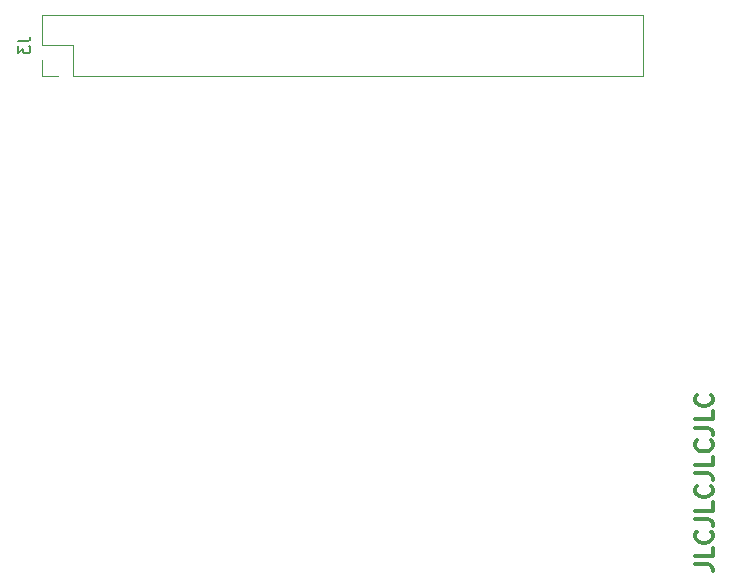
<source format=gbo>
G04 #@! TF.GenerationSoftware,KiCad,Pcbnew,(6.0.9-0)*
G04 #@! TF.CreationDate,2023-02-01T16:38:20-05:00*
G04 #@! TF.ProjectId,LM5116-05,4c4d3531-3136-42d3-9035-2e6b69636164,rev?*
G04 #@! TF.SameCoordinates,Original*
G04 #@! TF.FileFunction,Legend,Bot*
G04 #@! TF.FilePolarity,Positive*
%FSLAX46Y46*%
G04 Gerber Fmt 4.6, Leading zero omitted, Abs format (unit mm)*
G04 Created by KiCad (PCBNEW (6.0.9-0)) date 2023-02-01 16:38:20*
%MOMM*%
%LPD*%
G01*
G04 APERTURE LIST*
%ADD10C,0.300000*%
%ADD11C,0.150000*%
%ADD12C,0.120000*%
%ADD13C,3.000000*%
%ADD14O,1.700000X1.700000*%
%ADD15R,1.700000X1.700000*%
%ADD16R,3.000000X3.000000*%
%ADD17O,2.500000X17.500000*%
%ADD18C,1.524000*%
%ADD19C,1.600000*%
G04 APERTURE END LIST*
D10*
X140910571Y-108274571D02*
X141982000Y-108274571D01*
X142196285Y-108346000D01*
X142339142Y-108488857D01*
X142410571Y-108703142D01*
X142410571Y-108846000D01*
X142410571Y-106846000D02*
X142410571Y-107560285D01*
X140910571Y-107560285D01*
X142267714Y-105488857D02*
X142339142Y-105560285D01*
X142410571Y-105774571D01*
X142410571Y-105917428D01*
X142339142Y-106131714D01*
X142196285Y-106274571D01*
X142053428Y-106346000D01*
X141767714Y-106417428D01*
X141553428Y-106417428D01*
X141267714Y-106346000D01*
X141124857Y-106274571D01*
X140982000Y-106131714D01*
X140910571Y-105917428D01*
X140910571Y-105774571D01*
X140982000Y-105560285D01*
X141053428Y-105488857D01*
X140910571Y-104417428D02*
X141982000Y-104417428D01*
X142196285Y-104488857D01*
X142339142Y-104631714D01*
X142410571Y-104846000D01*
X142410571Y-104988857D01*
X142410571Y-102988857D02*
X142410571Y-103703142D01*
X140910571Y-103703142D01*
X142267714Y-101631714D02*
X142339142Y-101703142D01*
X142410571Y-101917428D01*
X142410571Y-102060285D01*
X142339142Y-102274571D01*
X142196285Y-102417428D01*
X142053428Y-102488857D01*
X141767714Y-102560285D01*
X141553428Y-102560285D01*
X141267714Y-102488857D01*
X141124857Y-102417428D01*
X140982000Y-102274571D01*
X140910571Y-102060285D01*
X140910571Y-101917428D01*
X140982000Y-101703142D01*
X141053428Y-101631714D01*
X140910571Y-100560285D02*
X141982000Y-100560285D01*
X142196285Y-100631714D01*
X142339142Y-100774571D01*
X142410571Y-100988857D01*
X142410571Y-101131714D01*
X142410571Y-99131714D02*
X142410571Y-99846000D01*
X140910571Y-99846000D01*
X142267714Y-97774571D02*
X142339142Y-97846000D01*
X142410571Y-98060285D01*
X142410571Y-98203142D01*
X142339142Y-98417428D01*
X142196285Y-98560285D01*
X142053428Y-98631714D01*
X141767714Y-98703142D01*
X141553428Y-98703142D01*
X141267714Y-98631714D01*
X141124857Y-98560285D01*
X140982000Y-98417428D01*
X140910571Y-98203142D01*
X140910571Y-98060285D01*
X140982000Y-97846000D01*
X141053428Y-97774571D01*
X140910571Y-96703142D02*
X141982000Y-96703142D01*
X142196285Y-96774571D01*
X142339142Y-96917428D01*
X142410571Y-97131714D01*
X142410571Y-97274571D01*
X142410571Y-95274571D02*
X142410571Y-95988857D01*
X140910571Y-95988857D01*
X142267714Y-93917428D02*
X142339142Y-93988857D01*
X142410571Y-94203142D01*
X142410571Y-94346000D01*
X142339142Y-94560285D01*
X142196285Y-94703142D01*
X142053428Y-94774571D01*
X141767714Y-94846000D01*
X141553428Y-94846000D01*
X141267714Y-94774571D01*
X141124857Y-94703142D01*
X140982000Y-94560285D01*
X140910571Y-94346000D01*
X140910571Y-94203142D01*
X140982000Y-93988857D01*
X141053428Y-93917428D01*
D11*
X83602380Y-63986666D02*
X84316666Y-63986666D01*
X84459523Y-63939047D01*
X84554761Y-63843809D01*
X84602380Y-63700952D01*
X84602380Y-63605714D01*
X83602380Y-64367619D02*
X83602380Y-64986666D01*
X83983333Y-64653333D01*
X83983333Y-64796190D01*
X84030952Y-64891428D01*
X84078571Y-64939047D01*
X84173809Y-64986666D01*
X84411904Y-64986666D01*
X84507142Y-64939047D01*
X84554761Y-64891428D01*
X84602380Y-64796190D01*
X84602380Y-64510476D01*
X84554761Y-64415238D01*
X84507142Y-64367619D01*
D12*
X136510000Y-61720000D02*
X136510000Y-66920000D01*
X85590000Y-64320000D02*
X88190000Y-64320000D01*
X88190000Y-66920000D02*
X136510000Y-66920000D01*
X85590000Y-65590000D02*
X85590000Y-66920000D01*
X85590000Y-61720000D02*
X85590000Y-64320000D01*
X88190000Y-64320000D02*
X88190000Y-66920000D01*
X85590000Y-66920000D02*
X86920000Y-66920000D01*
X85590000Y-61720000D02*
X136510000Y-61720000D01*
%LPC*%
D13*
X82040000Y-64310000D03*
X140040000Y-64330000D03*
X82040000Y-113320000D03*
X140030000Y-113310000D03*
D14*
X91440000Y-71120000D03*
X93980000Y-71120000D03*
X91440000Y-73660000D03*
D15*
X93980000Y-73660000D03*
D16*
X99314000Y-108458000D03*
D13*
X94234000Y-108458000D03*
D15*
X113700000Y-74295000D03*
D14*
X116240000Y-74295000D03*
D17*
X123571000Y-105156000D03*
D18*
X103378000Y-83820000D03*
X125984000Y-91694000D03*
X117202000Y-107188000D03*
X117348000Y-82296000D03*
D19*
X128504000Y-94488000D03*
X126004000Y-94488000D03*
D18*
X110490000Y-82296000D03*
D15*
X86920000Y-65590000D03*
D14*
X86920000Y-63050000D03*
X89460000Y-65590000D03*
X89460000Y-63050000D03*
X92000000Y-65590000D03*
X92000000Y-63050000D03*
X94540000Y-65590000D03*
X94540000Y-63050000D03*
X97080000Y-65590000D03*
X97080000Y-63050000D03*
X99620000Y-65590000D03*
X99620000Y-63050000D03*
X102160000Y-65590000D03*
X102160000Y-63050000D03*
X104700000Y-65590000D03*
X104700000Y-63050000D03*
X107240000Y-65590000D03*
X107240000Y-63050000D03*
X109780000Y-65590000D03*
X109780000Y-63050000D03*
X112320000Y-65590000D03*
X112320000Y-63050000D03*
X114860000Y-65590000D03*
X114860000Y-63050000D03*
X117400000Y-65590000D03*
X117400000Y-63050000D03*
X119940000Y-65590000D03*
X119940000Y-63050000D03*
X122480000Y-65590000D03*
X122480000Y-63050000D03*
X125020000Y-65590000D03*
X125020000Y-63050000D03*
X127560000Y-65590000D03*
X127560000Y-63050000D03*
X130100000Y-65590000D03*
X130100000Y-63050000D03*
X132640000Y-65590000D03*
X132640000Y-63050000D03*
X135180000Y-65590000D03*
X135180000Y-63050000D03*
M02*

</source>
